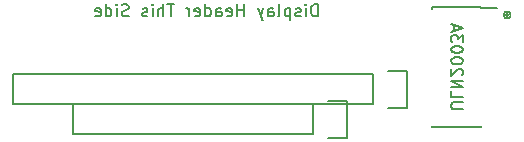
<source format=gbr>
G04 #@! TF.FileFunction,Legend,Bot*
%FSLAX46Y46*%
G04 Gerber Fmt 4.6, Leading zero omitted, Abs format (unit mm)*
G04 Created by KiCad (PCBNEW 4.0.7) date 02/08/18 15:47:49*
%MOMM*%
%LPD*%
G01*
G04 APERTURE LIST*
%ADD10C,0.100000*%
%ADD11C,0.200000*%
%ADD12C,0.150000*%
G04 APERTURE END LIST*
D10*
D11*
X108547619Y-66447619D02*
X107738095Y-66447619D01*
X107642857Y-66400000D01*
X107595238Y-66352381D01*
X107547619Y-66257143D01*
X107547619Y-66066666D01*
X107595238Y-65971428D01*
X107642857Y-65923809D01*
X107738095Y-65876190D01*
X108547619Y-65876190D01*
X107547619Y-64923809D02*
X107547619Y-65400000D01*
X108547619Y-65400000D01*
X107547619Y-64590476D02*
X108547619Y-64590476D01*
X107547619Y-64019047D01*
X108547619Y-64019047D01*
X108452381Y-63590476D02*
X108500000Y-63542857D01*
X108547619Y-63447619D01*
X108547619Y-63209523D01*
X108500000Y-63114285D01*
X108452381Y-63066666D01*
X108357143Y-63019047D01*
X108261905Y-63019047D01*
X108119048Y-63066666D01*
X107547619Y-63638095D01*
X107547619Y-63019047D01*
X108547619Y-62400000D02*
X108547619Y-62304761D01*
X108500000Y-62209523D01*
X108452381Y-62161904D01*
X108357143Y-62114285D01*
X108166667Y-62066666D01*
X107928571Y-62066666D01*
X107738095Y-62114285D01*
X107642857Y-62161904D01*
X107595238Y-62209523D01*
X107547619Y-62304761D01*
X107547619Y-62400000D01*
X107595238Y-62495238D01*
X107642857Y-62542857D01*
X107738095Y-62590476D01*
X107928571Y-62638095D01*
X108166667Y-62638095D01*
X108357143Y-62590476D01*
X108452381Y-62542857D01*
X108500000Y-62495238D01*
X108547619Y-62400000D01*
X108547619Y-61447619D02*
X108547619Y-61352380D01*
X108500000Y-61257142D01*
X108452381Y-61209523D01*
X108357143Y-61161904D01*
X108166667Y-61114285D01*
X107928571Y-61114285D01*
X107738095Y-61161904D01*
X107642857Y-61209523D01*
X107595238Y-61257142D01*
X107547619Y-61352380D01*
X107547619Y-61447619D01*
X107595238Y-61542857D01*
X107642857Y-61590476D01*
X107738095Y-61638095D01*
X107928571Y-61685714D01*
X108166667Y-61685714D01*
X108357143Y-61638095D01*
X108452381Y-61590476D01*
X108500000Y-61542857D01*
X108547619Y-61447619D01*
X108547619Y-60780952D02*
X108547619Y-60161904D01*
X108166667Y-60495238D01*
X108166667Y-60352380D01*
X108119048Y-60257142D01*
X108071429Y-60209523D01*
X107976190Y-60161904D01*
X107738095Y-60161904D01*
X107642857Y-60209523D01*
X107595238Y-60257142D01*
X107547619Y-60352380D01*
X107547619Y-60638095D01*
X107595238Y-60733333D01*
X107642857Y-60780952D01*
X107833333Y-59780952D02*
X107833333Y-59304761D01*
X107547619Y-59876190D02*
X108547619Y-59542857D01*
X107547619Y-59209523D01*
X112398127Y-58470800D02*
G75*
G03X112398127Y-58470800I-104727J0D01*
G01*
X112590699Y-58470800D02*
G75*
G03X112590699Y-58470800I-297299J0D01*
G01*
X96252694Y-58574819D02*
X96252694Y-57558819D01*
X96010789Y-57558819D01*
X95865647Y-57607200D01*
X95768885Y-57703962D01*
X95720504Y-57800724D01*
X95672123Y-57994248D01*
X95672123Y-58139390D01*
X95720504Y-58332914D01*
X95768885Y-58429676D01*
X95865647Y-58526438D01*
X96010789Y-58574819D01*
X96252694Y-58574819D01*
X95236694Y-58574819D02*
X95236694Y-57897486D01*
X95236694Y-57558819D02*
X95285075Y-57607200D01*
X95236694Y-57655581D01*
X95188313Y-57607200D01*
X95236694Y-57558819D01*
X95236694Y-57655581D01*
X94801265Y-58526438D02*
X94704503Y-58574819D01*
X94510979Y-58574819D01*
X94414218Y-58526438D01*
X94365837Y-58429676D01*
X94365837Y-58381295D01*
X94414218Y-58284533D01*
X94510979Y-58236152D01*
X94656122Y-58236152D01*
X94752884Y-58187771D01*
X94801265Y-58091010D01*
X94801265Y-58042629D01*
X94752884Y-57945867D01*
X94656122Y-57897486D01*
X94510979Y-57897486D01*
X94414218Y-57945867D01*
X93930408Y-57897486D02*
X93930408Y-58913486D01*
X93930408Y-57945867D02*
X93833646Y-57897486D01*
X93640123Y-57897486D01*
X93543361Y-57945867D01*
X93494980Y-57994248D01*
X93446599Y-58091010D01*
X93446599Y-58381295D01*
X93494980Y-58478057D01*
X93543361Y-58526438D01*
X93640123Y-58574819D01*
X93833646Y-58574819D01*
X93930408Y-58526438D01*
X92866027Y-58574819D02*
X92962789Y-58526438D01*
X93011170Y-58429676D01*
X93011170Y-57558819D01*
X92043552Y-58574819D02*
X92043552Y-58042629D01*
X92091933Y-57945867D01*
X92188695Y-57897486D01*
X92382218Y-57897486D01*
X92478980Y-57945867D01*
X92043552Y-58526438D02*
X92140314Y-58574819D01*
X92382218Y-58574819D01*
X92478980Y-58526438D01*
X92527361Y-58429676D01*
X92527361Y-58332914D01*
X92478980Y-58236152D01*
X92382218Y-58187771D01*
X92140314Y-58187771D01*
X92043552Y-58139390D01*
X91656504Y-57897486D02*
X91414599Y-58574819D01*
X91172695Y-57897486D02*
X91414599Y-58574819D01*
X91511361Y-58816724D01*
X91559742Y-58865105D01*
X91656504Y-58913486D01*
X90011552Y-58574819D02*
X90011552Y-57558819D01*
X90011552Y-58042629D02*
X89430981Y-58042629D01*
X89430981Y-58574819D02*
X89430981Y-57558819D01*
X88560124Y-58526438D02*
X88656886Y-58574819D01*
X88850409Y-58574819D01*
X88947171Y-58526438D01*
X88995552Y-58429676D01*
X88995552Y-58042629D01*
X88947171Y-57945867D01*
X88850409Y-57897486D01*
X88656886Y-57897486D01*
X88560124Y-57945867D01*
X88511743Y-58042629D01*
X88511743Y-58139390D01*
X88995552Y-58236152D01*
X87640886Y-58574819D02*
X87640886Y-58042629D01*
X87689267Y-57945867D01*
X87786029Y-57897486D01*
X87979552Y-57897486D01*
X88076314Y-57945867D01*
X87640886Y-58526438D02*
X87737648Y-58574819D01*
X87979552Y-58574819D01*
X88076314Y-58526438D01*
X88124695Y-58429676D01*
X88124695Y-58332914D01*
X88076314Y-58236152D01*
X87979552Y-58187771D01*
X87737648Y-58187771D01*
X87640886Y-58139390D01*
X86721648Y-58574819D02*
X86721648Y-57558819D01*
X86721648Y-58526438D02*
X86818410Y-58574819D01*
X87011933Y-58574819D01*
X87108695Y-58526438D01*
X87157076Y-58478057D01*
X87205457Y-58381295D01*
X87205457Y-58091010D01*
X87157076Y-57994248D01*
X87108695Y-57945867D01*
X87011933Y-57897486D01*
X86818410Y-57897486D01*
X86721648Y-57945867D01*
X85850791Y-58526438D02*
X85947553Y-58574819D01*
X86141076Y-58574819D01*
X86237838Y-58526438D01*
X86286219Y-58429676D01*
X86286219Y-58042629D01*
X86237838Y-57945867D01*
X86141076Y-57897486D01*
X85947553Y-57897486D01*
X85850791Y-57945867D01*
X85802410Y-58042629D01*
X85802410Y-58139390D01*
X86286219Y-58236152D01*
X85366981Y-58574819D02*
X85366981Y-57897486D01*
X85366981Y-58091010D02*
X85318600Y-57994248D01*
X85270219Y-57945867D01*
X85173457Y-57897486D01*
X85076696Y-57897486D01*
X84109077Y-57558819D02*
X83528506Y-57558819D01*
X83818791Y-58574819D02*
X83818791Y-57558819D01*
X83189839Y-58574819D02*
X83189839Y-57558819D01*
X82754411Y-58574819D02*
X82754411Y-58042629D01*
X82802792Y-57945867D01*
X82899554Y-57897486D01*
X83044696Y-57897486D01*
X83141458Y-57945867D01*
X83189839Y-57994248D01*
X82270601Y-58574819D02*
X82270601Y-57897486D01*
X82270601Y-57558819D02*
X82318982Y-57607200D01*
X82270601Y-57655581D01*
X82222220Y-57607200D01*
X82270601Y-57558819D01*
X82270601Y-57655581D01*
X81835172Y-58526438D02*
X81738410Y-58574819D01*
X81544886Y-58574819D01*
X81448125Y-58526438D01*
X81399744Y-58429676D01*
X81399744Y-58381295D01*
X81448125Y-58284533D01*
X81544886Y-58236152D01*
X81690029Y-58236152D01*
X81786791Y-58187771D01*
X81835172Y-58091010D01*
X81835172Y-58042629D01*
X81786791Y-57945867D01*
X81690029Y-57897486D01*
X81544886Y-57897486D01*
X81448125Y-57945867D01*
X80238601Y-58526438D02*
X80093458Y-58574819D01*
X79851554Y-58574819D01*
X79754792Y-58526438D01*
X79706411Y-58478057D01*
X79658030Y-58381295D01*
X79658030Y-58284533D01*
X79706411Y-58187771D01*
X79754792Y-58139390D01*
X79851554Y-58091010D01*
X80045077Y-58042629D01*
X80141839Y-57994248D01*
X80190220Y-57945867D01*
X80238601Y-57849105D01*
X80238601Y-57752343D01*
X80190220Y-57655581D01*
X80141839Y-57607200D01*
X80045077Y-57558819D01*
X79803173Y-57558819D01*
X79658030Y-57607200D01*
X79222601Y-58574819D02*
X79222601Y-57897486D01*
X79222601Y-57558819D02*
X79270982Y-57607200D01*
X79222601Y-57655581D01*
X79174220Y-57607200D01*
X79222601Y-57558819D01*
X79222601Y-57655581D01*
X78303363Y-58574819D02*
X78303363Y-57558819D01*
X78303363Y-58526438D02*
X78400125Y-58574819D01*
X78593648Y-58574819D01*
X78690410Y-58526438D01*
X78738791Y-58478057D01*
X78787172Y-58381295D01*
X78787172Y-58091010D01*
X78738791Y-57994248D01*
X78690410Y-57945867D01*
X78593648Y-57897486D01*
X78400125Y-57897486D01*
X78303363Y-57945867D01*
X77432506Y-58526438D02*
X77529268Y-58574819D01*
X77722791Y-58574819D01*
X77819553Y-58526438D01*
X77867934Y-58429676D01*
X77867934Y-58042629D01*
X77819553Y-57945867D01*
X77722791Y-57897486D01*
X77529268Y-57897486D01*
X77432506Y-57945867D01*
X77384125Y-58042629D01*
X77384125Y-58139390D01*
X77867934Y-58236152D01*
D12*
X100965000Y-63500000D02*
X70485000Y-63500000D01*
X70485000Y-63500000D02*
X70485000Y-66040000D01*
X70485000Y-66040000D02*
X100965000Y-66040000D01*
X103785000Y-66320000D02*
X102235000Y-66320000D01*
X100965000Y-66040000D02*
X100965000Y-63500000D01*
X102235000Y-63220000D02*
X103785000Y-63220000D01*
X103785000Y-63220000D02*
X103785000Y-66320000D01*
X95885000Y-68580000D02*
X75565000Y-68580000D01*
X75565000Y-68580000D02*
X75565000Y-66040000D01*
X75565000Y-66040000D02*
X95885000Y-66040000D01*
X98705000Y-68860000D02*
X97155000Y-68860000D01*
X95885000Y-68580000D02*
X95885000Y-66040000D01*
X97155000Y-65760000D02*
X98705000Y-65760000D01*
X98705000Y-65760000D02*
X98705000Y-68860000D01*
X110075000Y-57825000D02*
X110075000Y-57850000D01*
X105925000Y-57825000D02*
X105925000Y-57930000D01*
X105925000Y-67975000D02*
X105925000Y-67870000D01*
X110075000Y-67975000D02*
X110075000Y-67870000D01*
X110075000Y-57825000D02*
X105925000Y-57825000D01*
X110075000Y-67975000D02*
X105925000Y-67975000D01*
X110075000Y-57850000D02*
X111450000Y-57850000D01*
M02*

</source>
